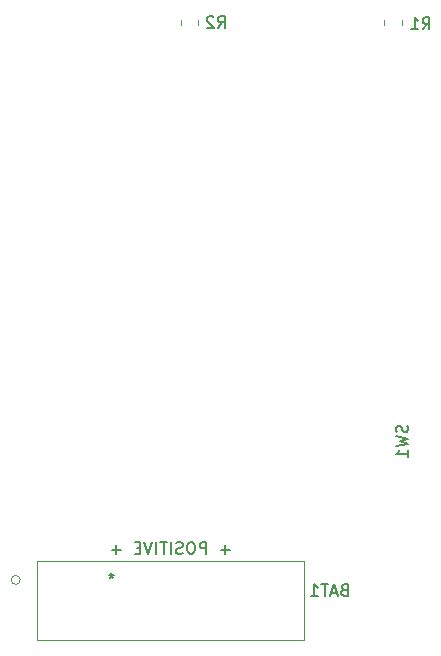
<source format=gbr>
%TF.GenerationSoftware,KiCad,Pcbnew,(5.1.9-0-10_14)*%
%TF.CreationDate,2021-10-18T11:04:09-07:00*%
%TF.ProjectId,ghost_pcb_2a,67686f73-745f-4706-9362-5f32612e6b69,rev?*%
%TF.SameCoordinates,Original*%
%TF.FileFunction,Legend,Bot*%
%TF.FilePolarity,Positive*%
%FSLAX46Y46*%
G04 Gerber Fmt 4.6, Leading zero omitted, Abs format (unit mm)*
G04 Created by KiCad (PCBNEW (5.1.9-0-10_14)) date 2021-10-18 11:04:09*
%MOMM*%
%LPD*%
G01*
G04 APERTURE LIST*
%ADD10C,0.150000*%
%ADD11C,0.120000*%
G04 APERTURE END LIST*
D10*
X140890000Y-123261428D02*
X140128095Y-123261428D01*
X140509047Y-123642380D02*
X140509047Y-122880476D01*
X138890000Y-123642380D02*
X138890000Y-122642380D01*
X138509047Y-122642380D01*
X138413809Y-122690000D01*
X138366190Y-122737619D01*
X138318571Y-122832857D01*
X138318571Y-122975714D01*
X138366190Y-123070952D01*
X138413809Y-123118571D01*
X138509047Y-123166190D01*
X138890000Y-123166190D01*
X137699523Y-122642380D02*
X137509047Y-122642380D01*
X137413809Y-122690000D01*
X137318571Y-122785238D01*
X137270952Y-122975714D01*
X137270952Y-123309047D01*
X137318571Y-123499523D01*
X137413809Y-123594761D01*
X137509047Y-123642380D01*
X137699523Y-123642380D01*
X137794761Y-123594761D01*
X137890000Y-123499523D01*
X137937619Y-123309047D01*
X137937619Y-122975714D01*
X137890000Y-122785238D01*
X137794761Y-122690000D01*
X137699523Y-122642380D01*
X136890000Y-123594761D02*
X136747142Y-123642380D01*
X136509047Y-123642380D01*
X136413809Y-123594761D01*
X136366190Y-123547142D01*
X136318571Y-123451904D01*
X136318571Y-123356666D01*
X136366190Y-123261428D01*
X136413809Y-123213809D01*
X136509047Y-123166190D01*
X136699523Y-123118571D01*
X136794761Y-123070952D01*
X136842380Y-123023333D01*
X136890000Y-122928095D01*
X136890000Y-122832857D01*
X136842380Y-122737619D01*
X136794761Y-122690000D01*
X136699523Y-122642380D01*
X136461428Y-122642380D01*
X136318571Y-122690000D01*
X135890000Y-123642380D02*
X135890000Y-122642380D01*
X135556666Y-122642380D02*
X134985238Y-122642380D01*
X135270952Y-123642380D02*
X135270952Y-122642380D01*
X134651904Y-123642380D02*
X134651904Y-122642380D01*
X134318571Y-122642380D02*
X133985238Y-123642380D01*
X133651904Y-122642380D01*
X133318571Y-123118571D02*
X132985238Y-123118571D01*
X132842380Y-123642380D02*
X133318571Y-123642380D01*
X133318571Y-122642380D01*
X132842380Y-122642380D01*
X131651904Y-123261428D02*
X130890000Y-123261428D01*
X131270952Y-123642380D02*
X131270952Y-122880476D01*
D11*
%TO.C,R2*%
X136755200Y-78863564D02*
X136755200Y-78409436D01*
X138225200Y-78863564D02*
X138225200Y-78409436D01*
%TO.C,R1*%
X153951000Y-78888964D02*
X153951000Y-78434836D01*
X155421000Y-78888964D02*
X155421000Y-78434836D01*
%TO.C,BAT1*%
X124532400Y-124239147D02*
X147189200Y-124239147D01*
X147189200Y-124239147D02*
X147189200Y-130893947D01*
X147189200Y-130893947D02*
X124532400Y-130893947D01*
X124532400Y-130893947D02*
X124532400Y-124239147D01*
X123135400Y-125831600D02*
G75*
G03*
X123135400Y-125831600I-381000J0D01*
G01*
%TO.C,SW1*%
D10*
X155920961Y-112763466D02*
X155968580Y-112906323D01*
X155968580Y-113144419D01*
X155920961Y-113239657D01*
X155873342Y-113287276D01*
X155778104Y-113334895D01*
X155682866Y-113334895D01*
X155587628Y-113287276D01*
X155540009Y-113239657D01*
X155492390Y-113144419D01*
X155444771Y-112953942D01*
X155397152Y-112858704D01*
X155349533Y-112811085D01*
X155254295Y-112763466D01*
X155159057Y-112763466D01*
X155063819Y-112811085D01*
X155016200Y-112858704D01*
X154968580Y-112953942D01*
X154968580Y-113192038D01*
X155016200Y-113334895D01*
X154968580Y-113668228D02*
X155968580Y-113906323D01*
X155254295Y-114096800D01*
X155968580Y-114287276D01*
X154968580Y-114525371D01*
X155968580Y-115430133D02*
X155968580Y-114858704D01*
X155968580Y-115144419D02*
X154968580Y-115144419D01*
X155111438Y-115049180D01*
X155206676Y-114953942D01*
X155254295Y-114858704D01*
%TO.C,R2*%
X139866666Y-79088880D02*
X140200000Y-78612690D01*
X140438095Y-79088880D02*
X140438095Y-78088880D01*
X140057142Y-78088880D01*
X139961904Y-78136500D01*
X139914285Y-78184119D01*
X139866666Y-78279357D01*
X139866666Y-78422214D01*
X139914285Y-78517452D01*
X139961904Y-78565071D01*
X140057142Y-78612690D01*
X140438095Y-78612690D01*
X139485714Y-78184119D02*
X139438095Y-78136500D01*
X139342857Y-78088880D01*
X139104761Y-78088880D01*
X139009523Y-78136500D01*
X138961904Y-78184119D01*
X138914285Y-78279357D01*
X138914285Y-78374595D01*
X138961904Y-78517452D01*
X139533333Y-79088880D01*
X138914285Y-79088880D01*
%TO.C,R1*%
X157214866Y-79217780D02*
X157548200Y-78741590D01*
X157786295Y-79217780D02*
X157786295Y-78217780D01*
X157405342Y-78217780D01*
X157310104Y-78265400D01*
X157262485Y-78313019D01*
X157214866Y-78408257D01*
X157214866Y-78551114D01*
X157262485Y-78646352D01*
X157310104Y-78693971D01*
X157405342Y-78741590D01*
X157786295Y-78741590D01*
X156262485Y-79217780D02*
X156833914Y-79217780D01*
X156548200Y-79217780D02*
X156548200Y-78217780D01*
X156643438Y-78360638D01*
X156738676Y-78455876D01*
X156833914Y-78503495D01*
%TO.C,BAT1*%
X150566285Y-126674571D02*
X150423428Y-126722190D01*
X150375809Y-126769809D01*
X150328190Y-126865047D01*
X150328190Y-127007904D01*
X150375809Y-127103142D01*
X150423428Y-127150761D01*
X150518666Y-127198380D01*
X150899619Y-127198380D01*
X150899619Y-126198380D01*
X150566285Y-126198380D01*
X150471047Y-126246000D01*
X150423428Y-126293619D01*
X150375809Y-126388857D01*
X150375809Y-126484095D01*
X150423428Y-126579333D01*
X150471047Y-126626952D01*
X150566285Y-126674571D01*
X150899619Y-126674571D01*
X149947238Y-126912666D02*
X149471047Y-126912666D01*
X150042476Y-127198380D02*
X149709142Y-126198380D01*
X149375809Y-127198380D01*
X149185333Y-126198380D02*
X148613904Y-126198380D01*
X148899619Y-127198380D02*
X148899619Y-126198380D01*
X147756761Y-127198380D02*
X148328190Y-127198380D01*
X148042476Y-127198380D02*
X148042476Y-126198380D01*
X148137714Y-126341238D01*
X148232952Y-126436476D01*
X148328190Y-126484095D01*
X130860800Y-125283980D02*
X130860800Y-125522076D01*
X131098895Y-125426838D02*
X130860800Y-125522076D01*
X130622704Y-125426838D01*
X131003657Y-125712552D02*
X130860800Y-125522076D01*
X130717942Y-125712552D01*
%TD*%
M02*

</source>
